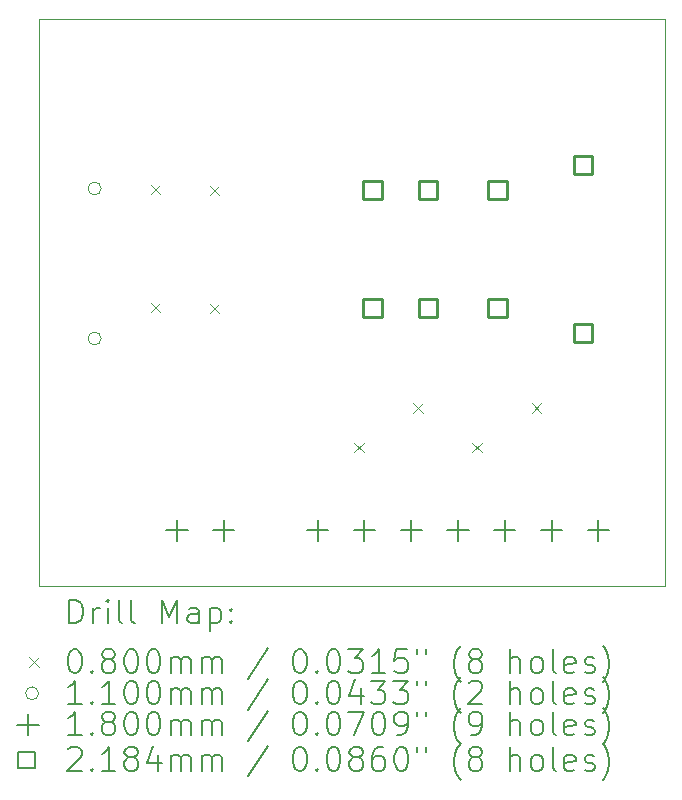
<source format=gbr>
%TF.GenerationSoftware,KiCad,Pcbnew,7.0.10-7.0.10~ubuntu22.04.1*%
%TF.CreationDate,2024-01-16T19:59:32-05:00*%
%TF.ProjectId,sys11-c11998-relay,73797331-312d-4633-9131-3939382d7265,1.0*%
%TF.SameCoordinates,Original*%
%TF.FileFunction,Drillmap*%
%TF.FilePolarity,Positive*%
%FSLAX45Y45*%
G04 Gerber Fmt 4.5, Leading zero omitted, Abs format (unit mm)*
G04 Created by KiCad (PCBNEW 7.0.10-7.0.10~ubuntu22.04.1) date 2024-01-16 19:59:32*
%MOMM*%
%LPD*%
G01*
G04 APERTURE LIST*
%ADD10C,0.100000*%
%ADD11C,0.200000*%
%ADD12C,0.110000*%
%ADD13C,0.180000*%
%ADD14C,0.218440*%
G04 APERTURE END LIST*
D10*
X10007600Y-10008200D02*
X15307600Y-10008200D01*
X15307600Y-14808200D01*
X10007600Y-14808200D01*
X10007600Y-10008200D01*
D11*
D10*
X10953500Y-11410700D02*
X11033500Y-11490700D01*
X11033500Y-11410700D02*
X10953500Y-11490700D01*
X10953500Y-12410700D02*
X11033500Y-12490700D01*
X11033500Y-12410700D02*
X10953500Y-12490700D01*
X11453500Y-11418700D02*
X11533500Y-11498700D01*
X11533500Y-11418700D02*
X11453500Y-11498700D01*
X11453500Y-12418700D02*
X11533500Y-12498700D01*
X11533500Y-12418700D02*
X11453500Y-12498700D01*
X12676000Y-13597260D02*
X12756000Y-13677260D01*
X12756000Y-13597260D02*
X12676000Y-13677260D01*
X13176380Y-13261980D02*
X13256380Y-13341980D01*
X13256380Y-13261980D02*
X13176380Y-13341980D01*
X13676000Y-13597260D02*
X13756000Y-13677260D01*
X13756000Y-13597260D02*
X13676000Y-13677260D01*
X14176380Y-13261980D02*
X14256380Y-13341980D01*
X14256380Y-13261980D02*
X14176380Y-13341980D01*
D12*
X10532500Y-11442700D02*
G75*
G03*
X10422500Y-11442700I-55000J0D01*
G01*
X10422500Y-11442700D02*
G75*
G03*
X10532500Y-11442700I55000J0D01*
G01*
X10532500Y-12712700D02*
G75*
G03*
X10422500Y-12712700I-55000J0D01*
G01*
X10422500Y-12712700D02*
G75*
G03*
X10532500Y-12712700I55000J0D01*
G01*
D13*
X11173580Y-14246120D02*
X11173580Y-14426120D01*
X11083580Y-14336120D02*
X11263580Y-14336120D01*
X11569580Y-14246120D02*
X11569580Y-14426120D01*
X11479580Y-14336120D02*
X11659580Y-14336120D01*
X12365920Y-14245760D02*
X12365920Y-14425760D01*
X12275920Y-14335760D02*
X12455920Y-14335760D01*
X12761920Y-14245760D02*
X12761920Y-14425760D01*
X12671920Y-14335760D02*
X12851920Y-14335760D01*
X13157920Y-14245760D02*
X13157920Y-14425760D01*
X13067920Y-14335760D02*
X13247920Y-14335760D01*
X13553920Y-14245760D02*
X13553920Y-14425760D01*
X13463920Y-14335760D02*
X13643920Y-14335760D01*
X13949920Y-14245760D02*
X13949920Y-14425760D01*
X13859920Y-14335760D02*
X14039920Y-14335760D01*
X14345920Y-14245760D02*
X14345920Y-14425760D01*
X14255920Y-14335760D02*
X14435920Y-14335760D01*
X14741920Y-14245760D02*
X14741920Y-14425760D01*
X14651920Y-14335760D02*
X14831920Y-14335760D01*
D14*
X12906771Y-11532631D02*
X12906771Y-11378169D01*
X12752309Y-11378169D01*
X12752309Y-11532631D01*
X12906771Y-11532631D01*
X12906771Y-12533391D02*
X12906771Y-12378929D01*
X12752309Y-12378929D01*
X12752309Y-12533391D01*
X12906771Y-12533391D01*
X13376671Y-11532631D02*
X13376671Y-11378169D01*
X13222209Y-11378169D01*
X13222209Y-11532631D01*
X13376671Y-11532631D01*
X13376671Y-12533391D02*
X13376671Y-12378929D01*
X13222209Y-12378929D01*
X13222209Y-12533391D01*
X13376671Y-12533391D01*
X13965951Y-11532631D02*
X13965951Y-11378169D01*
X13811489Y-11378169D01*
X13811489Y-11532631D01*
X13965951Y-11532631D01*
X13965951Y-12533391D02*
X13965951Y-12378929D01*
X13811489Y-12378929D01*
X13811489Y-12533391D01*
X13965951Y-12533391D01*
X14689851Y-11323081D02*
X14689851Y-11168619D01*
X14535389Y-11168619D01*
X14535389Y-11323081D01*
X14689851Y-11323081D01*
X14689851Y-12742941D02*
X14689851Y-12588479D01*
X14535389Y-12588479D01*
X14535389Y-12742941D01*
X14689851Y-12742941D01*
D11*
X10263377Y-15124684D02*
X10263377Y-14924684D01*
X10263377Y-14924684D02*
X10310996Y-14924684D01*
X10310996Y-14924684D02*
X10339567Y-14934208D01*
X10339567Y-14934208D02*
X10358615Y-14953255D01*
X10358615Y-14953255D02*
X10368139Y-14972303D01*
X10368139Y-14972303D02*
X10377663Y-15010398D01*
X10377663Y-15010398D02*
X10377663Y-15038969D01*
X10377663Y-15038969D02*
X10368139Y-15077065D01*
X10368139Y-15077065D02*
X10358615Y-15096112D01*
X10358615Y-15096112D02*
X10339567Y-15115160D01*
X10339567Y-15115160D02*
X10310996Y-15124684D01*
X10310996Y-15124684D02*
X10263377Y-15124684D01*
X10463377Y-15124684D02*
X10463377Y-14991350D01*
X10463377Y-15029446D02*
X10472901Y-15010398D01*
X10472901Y-15010398D02*
X10482424Y-15000874D01*
X10482424Y-15000874D02*
X10501472Y-14991350D01*
X10501472Y-14991350D02*
X10520520Y-14991350D01*
X10587186Y-15124684D02*
X10587186Y-14991350D01*
X10587186Y-14924684D02*
X10577663Y-14934208D01*
X10577663Y-14934208D02*
X10587186Y-14943731D01*
X10587186Y-14943731D02*
X10596710Y-14934208D01*
X10596710Y-14934208D02*
X10587186Y-14924684D01*
X10587186Y-14924684D02*
X10587186Y-14943731D01*
X10710996Y-15124684D02*
X10691948Y-15115160D01*
X10691948Y-15115160D02*
X10682424Y-15096112D01*
X10682424Y-15096112D02*
X10682424Y-14924684D01*
X10815758Y-15124684D02*
X10796710Y-15115160D01*
X10796710Y-15115160D02*
X10787186Y-15096112D01*
X10787186Y-15096112D02*
X10787186Y-14924684D01*
X11044329Y-15124684D02*
X11044329Y-14924684D01*
X11044329Y-14924684D02*
X11110996Y-15067541D01*
X11110996Y-15067541D02*
X11177663Y-14924684D01*
X11177663Y-14924684D02*
X11177663Y-15124684D01*
X11358615Y-15124684D02*
X11358615Y-15019922D01*
X11358615Y-15019922D02*
X11349091Y-15000874D01*
X11349091Y-15000874D02*
X11330043Y-14991350D01*
X11330043Y-14991350D02*
X11291948Y-14991350D01*
X11291948Y-14991350D02*
X11272901Y-15000874D01*
X11358615Y-15115160D02*
X11339567Y-15124684D01*
X11339567Y-15124684D02*
X11291948Y-15124684D01*
X11291948Y-15124684D02*
X11272901Y-15115160D01*
X11272901Y-15115160D02*
X11263377Y-15096112D01*
X11263377Y-15096112D02*
X11263377Y-15077065D01*
X11263377Y-15077065D02*
X11272901Y-15058017D01*
X11272901Y-15058017D02*
X11291948Y-15048493D01*
X11291948Y-15048493D02*
X11339567Y-15048493D01*
X11339567Y-15048493D02*
X11358615Y-15038969D01*
X11453853Y-14991350D02*
X11453853Y-15191350D01*
X11453853Y-15000874D02*
X11472901Y-14991350D01*
X11472901Y-14991350D02*
X11510996Y-14991350D01*
X11510996Y-14991350D02*
X11530043Y-15000874D01*
X11530043Y-15000874D02*
X11539567Y-15010398D01*
X11539567Y-15010398D02*
X11549091Y-15029446D01*
X11549091Y-15029446D02*
X11549091Y-15086588D01*
X11549091Y-15086588D02*
X11539567Y-15105636D01*
X11539567Y-15105636D02*
X11530043Y-15115160D01*
X11530043Y-15115160D02*
X11510996Y-15124684D01*
X11510996Y-15124684D02*
X11472901Y-15124684D01*
X11472901Y-15124684D02*
X11453853Y-15115160D01*
X11634805Y-15105636D02*
X11644329Y-15115160D01*
X11644329Y-15115160D02*
X11634805Y-15124684D01*
X11634805Y-15124684D02*
X11625282Y-15115160D01*
X11625282Y-15115160D02*
X11634805Y-15105636D01*
X11634805Y-15105636D02*
X11634805Y-15124684D01*
X11634805Y-15000874D02*
X11644329Y-15010398D01*
X11644329Y-15010398D02*
X11634805Y-15019922D01*
X11634805Y-15019922D02*
X11625282Y-15010398D01*
X11625282Y-15010398D02*
X11634805Y-15000874D01*
X11634805Y-15000874D02*
X11634805Y-15019922D01*
D10*
X9922600Y-15413200D02*
X10002600Y-15493200D01*
X10002600Y-15413200D02*
X9922600Y-15493200D01*
D11*
X10301472Y-15344684D02*
X10320520Y-15344684D01*
X10320520Y-15344684D02*
X10339567Y-15354208D01*
X10339567Y-15354208D02*
X10349091Y-15363731D01*
X10349091Y-15363731D02*
X10358615Y-15382779D01*
X10358615Y-15382779D02*
X10368139Y-15420874D01*
X10368139Y-15420874D02*
X10368139Y-15468493D01*
X10368139Y-15468493D02*
X10358615Y-15506588D01*
X10358615Y-15506588D02*
X10349091Y-15525636D01*
X10349091Y-15525636D02*
X10339567Y-15535160D01*
X10339567Y-15535160D02*
X10320520Y-15544684D01*
X10320520Y-15544684D02*
X10301472Y-15544684D01*
X10301472Y-15544684D02*
X10282424Y-15535160D01*
X10282424Y-15535160D02*
X10272901Y-15525636D01*
X10272901Y-15525636D02*
X10263377Y-15506588D01*
X10263377Y-15506588D02*
X10253853Y-15468493D01*
X10253853Y-15468493D02*
X10253853Y-15420874D01*
X10253853Y-15420874D02*
X10263377Y-15382779D01*
X10263377Y-15382779D02*
X10272901Y-15363731D01*
X10272901Y-15363731D02*
X10282424Y-15354208D01*
X10282424Y-15354208D02*
X10301472Y-15344684D01*
X10453853Y-15525636D02*
X10463377Y-15535160D01*
X10463377Y-15535160D02*
X10453853Y-15544684D01*
X10453853Y-15544684D02*
X10444329Y-15535160D01*
X10444329Y-15535160D02*
X10453853Y-15525636D01*
X10453853Y-15525636D02*
X10453853Y-15544684D01*
X10577663Y-15430398D02*
X10558615Y-15420874D01*
X10558615Y-15420874D02*
X10549091Y-15411350D01*
X10549091Y-15411350D02*
X10539567Y-15392303D01*
X10539567Y-15392303D02*
X10539567Y-15382779D01*
X10539567Y-15382779D02*
X10549091Y-15363731D01*
X10549091Y-15363731D02*
X10558615Y-15354208D01*
X10558615Y-15354208D02*
X10577663Y-15344684D01*
X10577663Y-15344684D02*
X10615758Y-15344684D01*
X10615758Y-15344684D02*
X10634805Y-15354208D01*
X10634805Y-15354208D02*
X10644329Y-15363731D01*
X10644329Y-15363731D02*
X10653853Y-15382779D01*
X10653853Y-15382779D02*
X10653853Y-15392303D01*
X10653853Y-15392303D02*
X10644329Y-15411350D01*
X10644329Y-15411350D02*
X10634805Y-15420874D01*
X10634805Y-15420874D02*
X10615758Y-15430398D01*
X10615758Y-15430398D02*
X10577663Y-15430398D01*
X10577663Y-15430398D02*
X10558615Y-15439922D01*
X10558615Y-15439922D02*
X10549091Y-15449446D01*
X10549091Y-15449446D02*
X10539567Y-15468493D01*
X10539567Y-15468493D02*
X10539567Y-15506588D01*
X10539567Y-15506588D02*
X10549091Y-15525636D01*
X10549091Y-15525636D02*
X10558615Y-15535160D01*
X10558615Y-15535160D02*
X10577663Y-15544684D01*
X10577663Y-15544684D02*
X10615758Y-15544684D01*
X10615758Y-15544684D02*
X10634805Y-15535160D01*
X10634805Y-15535160D02*
X10644329Y-15525636D01*
X10644329Y-15525636D02*
X10653853Y-15506588D01*
X10653853Y-15506588D02*
X10653853Y-15468493D01*
X10653853Y-15468493D02*
X10644329Y-15449446D01*
X10644329Y-15449446D02*
X10634805Y-15439922D01*
X10634805Y-15439922D02*
X10615758Y-15430398D01*
X10777663Y-15344684D02*
X10796710Y-15344684D01*
X10796710Y-15344684D02*
X10815758Y-15354208D01*
X10815758Y-15354208D02*
X10825282Y-15363731D01*
X10825282Y-15363731D02*
X10834805Y-15382779D01*
X10834805Y-15382779D02*
X10844329Y-15420874D01*
X10844329Y-15420874D02*
X10844329Y-15468493D01*
X10844329Y-15468493D02*
X10834805Y-15506588D01*
X10834805Y-15506588D02*
X10825282Y-15525636D01*
X10825282Y-15525636D02*
X10815758Y-15535160D01*
X10815758Y-15535160D02*
X10796710Y-15544684D01*
X10796710Y-15544684D02*
X10777663Y-15544684D01*
X10777663Y-15544684D02*
X10758615Y-15535160D01*
X10758615Y-15535160D02*
X10749091Y-15525636D01*
X10749091Y-15525636D02*
X10739567Y-15506588D01*
X10739567Y-15506588D02*
X10730044Y-15468493D01*
X10730044Y-15468493D02*
X10730044Y-15420874D01*
X10730044Y-15420874D02*
X10739567Y-15382779D01*
X10739567Y-15382779D02*
X10749091Y-15363731D01*
X10749091Y-15363731D02*
X10758615Y-15354208D01*
X10758615Y-15354208D02*
X10777663Y-15344684D01*
X10968139Y-15344684D02*
X10987186Y-15344684D01*
X10987186Y-15344684D02*
X11006234Y-15354208D01*
X11006234Y-15354208D02*
X11015758Y-15363731D01*
X11015758Y-15363731D02*
X11025282Y-15382779D01*
X11025282Y-15382779D02*
X11034805Y-15420874D01*
X11034805Y-15420874D02*
X11034805Y-15468493D01*
X11034805Y-15468493D02*
X11025282Y-15506588D01*
X11025282Y-15506588D02*
X11015758Y-15525636D01*
X11015758Y-15525636D02*
X11006234Y-15535160D01*
X11006234Y-15535160D02*
X10987186Y-15544684D01*
X10987186Y-15544684D02*
X10968139Y-15544684D01*
X10968139Y-15544684D02*
X10949091Y-15535160D01*
X10949091Y-15535160D02*
X10939567Y-15525636D01*
X10939567Y-15525636D02*
X10930044Y-15506588D01*
X10930044Y-15506588D02*
X10920520Y-15468493D01*
X10920520Y-15468493D02*
X10920520Y-15420874D01*
X10920520Y-15420874D02*
X10930044Y-15382779D01*
X10930044Y-15382779D02*
X10939567Y-15363731D01*
X10939567Y-15363731D02*
X10949091Y-15354208D01*
X10949091Y-15354208D02*
X10968139Y-15344684D01*
X11120520Y-15544684D02*
X11120520Y-15411350D01*
X11120520Y-15430398D02*
X11130044Y-15420874D01*
X11130044Y-15420874D02*
X11149091Y-15411350D01*
X11149091Y-15411350D02*
X11177663Y-15411350D01*
X11177663Y-15411350D02*
X11196710Y-15420874D01*
X11196710Y-15420874D02*
X11206234Y-15439922D01*
X11206234Y-15439922D02*
X11206234Y-15544684D01*
X11206234Y-15439922D02*
X11215758Y-15420874D01*
X11215758Y-15420874D02*
X11234805Y-15411350D01*
X11234805Y-15411350D02*
X11263377Y-15411350D01*
X11263377Y-15411350D02*
X11282424Y-15420874D01*
X11282424Y-15420874D02*
X11291948Y-15439922D01*
X11291948Y-15439922D02*
X11291948Y-15544684D01*
X11387186Y-15544684D02*
X11387186Y-15411350D01*
X11387186Y-15430398D02*
X11396710Y-15420874D01*
X11396710Y-15420874D02*
X11415758Y-15411350D01*
X11415758Y-15411350D02*
X11444329Y-15411350D01*
X11444329Y-15411350D02*
X11463377Y-15420874D01*
X11463377Y-15420874D02*
X11472901Y-15439922D01*
X11472901Y-15439922D02*
X11472901Y-15544684D01*
X11472901Y-15439922D02*
X11482424Y-15420874D01*
X11482424Y-15420874D02*
X11501472Y-15411350D01*
X11501472Y-15411350D02*
X11530043Y-15411350D01*
X11530043Y-15411350D02*
X11549091Y-15420874D01*
X11549091Y-15420874D02*
X11558615Y-15439922D01*
X11558615Y-15439922D02*
X11558615Y-15544684D01*
X11949091Y-15335160D02*
X11777663Y-15592303D01*
X12206234Y-15344684D02*
X12225282Y-15344684D01*
X12225282Y-15344684D02*
X12244329Y-15354208D01*
X12244329Y-15354208D02*
X12253853Y-15363731D01*
X12253853Y-15363731D02*
X12263377Y-15382779D01*
X12263377Y-15382779D02*
X12272901Y-15420874D01*
X12272901Y-15420874D02*
X12272901Y-15468493D01*
X12272901Y-15468493D02*
X12263377Y-15506588D01*
X12263377Y-15506588D02*
X12253853Y-15525636D01*
X12253853Y-15525636D02*
X12244329Y-15535160D01*
X12244329Y-15535160D02*
X12225282Y-15544684D01*
X12225282Y-15544684D02*
X12206234Y-15544684D01*
X12206234Y-15544684D02*
X12187186Y-15535160D01*
X12187186Y-15535160D02*
X12177663Y-15525636D01*
X12177663Y-15525636D02*
X12168139Y-15506588D01*
X12168139Y-15506588D02*
X12158615Y-15468493D01*
X12158615Y-15468493D02*
X12158615Y-15420874D01*
X12158615Y-15420874D02*
X12168139Y-15382779D01*
X12168139Y-15382779D02*
X12177663Y-15363731D01*
X12177663Y-15363731D02*
X12187186Y-15354208D01*
X12187186Y-15354208D02*
X12206234Y-15344684D01*
X12358615Y-15525636D02*
X12368139Y-15535160D01*
X12368139Y-15535160D02*
X12358615Y-15544684D01*
X12358615Y-15544684D02*
X12349091Y-15535160D01*
X12349091Y-15535160D02*
X12358615Y-15525636D01*
X12358615Y-15525636D02*
X12358615Y-15544684D01*
X12491948Y-15344684D02*
X12510996Y-15344684D01*
X12510996Y-15344684D02*
X12530044Y-15354208D01*
X12530044Y-15354208D02*
X12539567Y-15363731D01*
X12539567Y-15363731D02*
X12549091Y-15382779D01*
X12549091Y-15382779D02*
X12558615Y-15420874D01*
X12558615Y-15420874D02*
X12558615Y-15468493D01*
X12558615Y-15468493D02*
X12549091Y-15506588D01*
X12549091Y-15506588D02*
X12539567Y-15525636D01*
X12539567Y-15525636D02*
X12530044Y-15535160D01*
X12530044Y-15535160D02*
X12510996Y-15544684D01*
X12510996Y-15544684D02*
X12491948Y-15544684D01*
X12491948Y-15544684D02*
X12472901Y-15535160D01*
X12472901Y-15535160D02*
X12463377Y-15525636D01*
X12463377Y-15525636D02*
X12453853Y-15506588D01*
X12453853Y-15506588D02*
X12444329Y-15468493D01*
X12444329Y-15468493D02*
X12444329Y-15420874D01*
X12444329Y-15420874D02*
X12453853Y-15382779D01*
X12453853Y-15382779D02*
X12463377Y-15363731D01*
X12463377Y-15363731D02*
X12472901Y-15354208D01*
X12472901Y-15354208D02*
X12491948Y-15344684D01*
X12625282Y-15344684D02*
X12749091Y-15344684D01*
X12749091Y-15344684D02*
X12682425Y-15420874D01*
X12682425Y-15420874D02*
X12710996Y-15420874D01*
X12710996Y-15420874D02*
X12730044Y-15430398D01*
X12730044Y-15430398D02*
X12739567Y-15439922D01*
X12739567Y-15439922D02*
X12749091Y-15458969D01*
X12749091Y-15458969D02*
X12749091Y-15506588D01*
X12749091Y-15506588D02*
X12739567Y-15525636D01*
X12739567Y-15525636D02*
X12730044Y-15535160D01*
X12730044Y-15535160D02*
X12710996Y-15544684D01*
X12710996Y-15544684D02*
X12653853Y-15544684D01*
X12653853Y-15544684D02*
X12634806Y-15535160D01*
X12634806Y-15535160D02*
X12625282Y-15525636D01*
X12939567Y-15544684D02*
X12825282Y-15544684D01*
X12882425Y-15544684D02*
X12882425Y-15344684D01*
X12882425Y-15344684D02*
X12863377Y-15373255D01*
X12863377Y-15373255D02*
X12844329Y-15392303D01*
X12844329Y-15392303D02*
X12825282Y-15401827D01*
X13120520Y-15344684D02*
X13025282Y-15344684D01*
X13025282Y-15344684D02*
X13015758Y-15439922D01*
X13015758Y-15439922D02*
X13025282Y-15430398D01*
X13025282Y-15430398D02*
X13044329Y-15420874D01*
X13044329Y-15420874D02*
X13091948Y-15420874D01*
X13091948Y-15420874D02*
X13110996Y-15430398D01*
X13110996Y-15430398D02*
X13120520Y-15439922D01*
X13120520Y-15439922D02*
X13130044Y-15458969D01*
X13130044Y-15458969D02*
X13130044Y-15506588D01*
X13130044Y-15506588D02*
X13120520Y-15525636D01*
X13120520Y-15525636D02*
X13110996Y-15535160D01*
X13110996Y-15535160D02*
X13091948Y-15544684D01*
X13091948Y-15544684D02*
X13044329Y-15544684D01*
X13044329Y-15544684D02*
X13025282Y-15535160D01*
X13025282Y-15535160D02*
X13015758Y-15525636D01*
X13206234Y-15344684D02*
X13206234Y-15382779D01*
X13282425Y-15344684D02*
X13282425Y-15382779D01*
X13577663Y-15620874D02*
X13568139Y-15611350D01*
X13568139Y-15611350D02*
X13549091Y-15582779D01*
X13549091Y-15582779D02*
X13539568Y-15563731D01*
X13539568Y-15563731D02*
X13530044Y-15535160D01*
X13530044Y-15535160D02*
X13520520Y-15487541D01*
X13520520Y-15487541D02*
X13520520Y-15449446D01*
X13520520Y-15449446D02*
X13530044Y-15401827D01*
X13530044Y-15401827D02*
X13539568Y-15373255D01*
X13539568Y-15373255D02*
X13549091Y-15354208D01*
X13549091Y-15354208D02*
X13568139Y-15325636D01*
X13568139Y-15325636D02*
X13577663Y-15316112D01*
X13682425Y-15430398D02*
X13663377Y-15420874D01*
X13663377Y-15420874D02*
X13653853Y-15411350D01*
X13653853Y-15411350D02*
X13644329Y-15392303D01*
X13644329Y-15392303D02*
X13644329Y-15382779D01*
X13644329Y-15382779D02*
X13653853Y-15363731D01*
X13653853Y-15363731D02*
X13663377Y-15354208D01*
X13663377Y-15354208D02*
X13682425Y-15344684D01*
X13682425Y-15344684D02*
X13720520Y-15344684D01*
X13720520Y-15344684D02*
X13739568Y-15354208D01*
X13739568Y-15354208D02*
X13749091Y-15363731D01*
X13749091Y-15363731D02*
X13758615Y-15382779D01*
X13758615Y-15382779D02*
X13758615Y-15392303D01*
X13758615Y-15392303D02*
X13749091Y-15411350D01*
X13749091Y-15411350D02*
X13739568Y-15420874D01*
X13739568Y-15420874D02*
X13720520Y-15430398D01*
X13720520Y-15430398D02*
X13682425Y-15430398D01*
X13682425Y-15430398D02*
X13663377Y-15439922D01*
X13663377Y-15439922D02*
X13653853Y-15449446D01*
X13653853Y-15449446D02*
X13644329Y-15468493D01*
X13644329Y-15468493D02*
X13644329Y-15506588D01*
X13644329Y-15506588D02*
X13653853Y-15525636D01*
X13653853Y-15525636D02*
X13663377Y-15535160D01*
X13663377Y-15535160D02*
X13682425Y-15544684D01*
X13682425Y-15544684D02*
X13720520Y-15544684D01*
X13720520Y-15544684D02*
X13739568Y-15535160D01*
X13739568Y-15535160D02*
X13749091Y-15525636D01*
X13749091Y-15525636D02*
X13758615Y-15506588D01*
X13758615Y-15506588D02*
X13758615Y-15468493D01*
X13758615Y-15468493D02*
X13749091Y-15449446D01*
X13749091Y-15449446D02*
X13739568Y-15439922D01*
X13739568Y-15439922D02*
X13720520Y-15430398D01*
X13996710Y-15544684D02*
X13996710Y-15344684D01*
X14082425Y-15544684D02*
X14082425Y-15439922D01*
X14082425Y-15439922D02*
X14072901Y-15420874D01*
X14072901Y-15420874D02*
X14053853Y-15411350D01*
X14053853Y-15411350D02*
X14025282Y-15411350D01*
X14025282Y-15411350D02*
X14006234Y-15420874D01*
X14006234Y-15420874D02*
X13996710Y-15430398D01*
X14206234Y-15544684D02*
X14187187Y-15535160D01*
X14187187Y-15535160D02*
X14177663Y-15525636D01*
X14177663Y-15525636D02*
X14168139Y-15506588D01*
X14168139Y-15506588D02*
X14168139Y-15449446D01*
X14168139Y-15449446D02*
X14177663Y-15430398D01*
X14177663Y-15430398D02*
X14187187Y-15420874D01*
X14187187Y-15420874D02*
X14206234Y-15411350D01*
X14206234Y-15411350D02*
X14234806Y-15411350D01*
X14234806Y-15411350D02*
X14253853Y-15420874D01*
X14253853Y-15420874D02*
X14263377Y-15430398D01*
X14263377Y-15430398D02*
X14272901Y-15449446D01*
X14272901Y-15449446D02*
X14272901Y-15506588D01*
X14272901Y-15506588D02*
X14263377Y-15525636D01*
X14263377Y-15525636D02*
X14253853Y-15535160D01*
X14253853Y-15535160D02*
X14234806Y-15544684D01*
X14234806Y-15544684D02*
X14206234Y-15544684D01*
X14387187Y-15544684D02*
X14368139Y-15535160D01*
X14368139Y-15535160D02*
X14358615Y-15516112D01*
X14358615Y-15516112D02*
X14358615Y-15344684D01*
X14539568Y-15535160D02*
X14520520Y-15544684D01*
X14520520Y-15544684D02*
X14482425Y-15544684D01*
X14482425Y-15544684D02*
X14463377Y-15535160D01*
X14463377Y-15535160D02*
X14453853Y-15516112D01*
X14453853Y-15516112D02*
X14453853Y-15439922D01*
X14453853Y-15439922D02*
X14463377Y-15420874D01*
X14463377Y-15420874D02*
X14482425Y-15411350D01*
X14482425Y-15411350D02*
X14520520Y-15411350D01*
X14520520Y-15411350D02*
X14539568Y-15420874D01*
X14539568Y-15420874D02*
X14549091Y-15439922D01*
X14549091Y-15439922D02*
X14549091Y-15458969D01*
X14549091Y-15458969D02*
X14453853Y-15478017D01*
X14625282Y-15535160D02*
X14644330Y-15544684D01*
X14644330Y-15544684D02*
X14682425Y-15544684D01*
X14682425Y-15544684D02*
X14701472Y-15535160D01*
X14701472Y-15535160D02*
X14710996Y-15516112D01*
X14710996Y-15516112D02*
X14710996Y-15506588D01*
X14710996Y-15506588D02*
X14701472Y-15487541D01*
X14701472Y-15487541D02*
X14682425Y-15478017D01*
X14682425Y-15478017D02*
X14653853Y-15478017D01*
X14653853Y-15478017D02*
X14634806Y-15468493D01*
X14634806Y-15468493D02*
X14625282Y-15449446D01*
X14625282Y-15449446D02*
X14625282Y-15439922D01*
X14625282Y-15439922D02*
X14634806Y-15420874D01*
X14634806Y-15420874D02*
X14653853Y-15411350D01*
X14653853Y-15411350D02*
X14682425Y-15411350D01*
X14682425Y-15411350D02*
X14701472Y-15420874D01*
X14777663Y-15620874D02*
X14787187Y-15611350D01*
X14787187Y-15611350D02*
X14806234Y-15582779D01*
X14806234Y-15582779D02*
X14815758Y-15563731D01*
X14815758Y-15563731D02*
X14825282Y-15535160D01*
X14825282Y-15535160D02*
X14834806Y-15487541D01*
X14834806Y-15487541D02*
X14834806Y-15449446D01*
X14834806Y-15449446D02*
X14825282Y-15401827D01*
X14825282Y-15401827D02*
X14815758Y-15373255D01*
X14815758Y-15373255D02*
X14806234Y-15354208D01*
X14806234Y-15354208D02*
X14787187Y-15325636D01*
X14787187Y-15325636D02*
X14777663Y-15316112D01*
D12*
X10002600Y-15717200D02*
G75*
G03*
X9892600Y-15717200I-55000J0D01*
G01*
X9892600Y-15717200D02*
G75*
G03*
X10002600Y-15717200I55000J0D01*
G01*
D11*
X10368139Y-15808684D02*
X10253853Y-15808684D01*
X10310996Y-15808684D02*
X10310996Y-15608684D01*
X10310996Y-15608684D02*
X10291948Y-15637255D01*
X10291948Y-15637255D02*
X10272901Y-15656303D01*
X10272901Y-15656303D02*
X10253853Y-15665827D01*
X10453853Y-15789636D02*
X10463377Y-15799160D01*
X10463377Y-15799160D02*
X10453853Y-15808684D01*
X10453853Y-15808684D02*
X10444329Y-15799160D01*
X10444329Y-15799160D02*
X10453853Y-15789636D01*
X10453853Y-15789636D02*
X10453853Y-15808684D01*
X10653853Y-15808684D02*
X10539567Y-15808684D01*
X10596710Y-15808684D02*
X10596710Y-15608684D01*
X10596710Y-15608684D02*
X10577663Y-15637255D01*
X10577663Y-15637255D02*
X10558615Y-15656303D01*
X10558615Y-15656303D02*
X10539567Y-15665827D01*
X10777663Y-15608684D02*
X10796710Y-15608684D01*
X10796710Y-15608684D02*
X10815758Y-15618208D01*
X10815758Y-15618208D02*
X10825282Y-15627731D01*
X10825282Y-15627731D02*
X10834805Y-15646779D01*
X10834805Y-15646779D02*
X10844329Y-15684874D01*
X10844329Y-15684874D02*
X10844329Y-15732493D01*
X10844329Y-15732493D02*
X10834805Y-15770588D01*
X10834805Y-15770588D02*
X10825282Y-15789636D01*
X10825282Y-15789636D02*
X10815758Y-15799160D01*
X10815758Y-15799160D02*
X10796710Y-15808684D01*
X10796710Y-15808684D02*
X10777663Y-15808684D01*
X10777663Y-15808684D02*
X10758615Y-15799160D01*
X10758615Y-15799160D02*
X10749091Y-15789636D01*
X10749091Y-15789636D02*
X10739567Y-15770588D01*
X10739567Y-15770588D02*
X10730044Y-15732493D01*
X10730044Y-15732493D02*
X10730044Y-15684874D01*
X10730044Y-15684874D02*
X10739567Y-15646779D01*
X10739567Y-15646779D02*
X10749091Y-15627731D01*
X10749091Y-15627731D02*
X10758615Y-15618208D01*
X10758615Y-15618208D02*
X10777663Y-15608684D01*
X10968139Y-15608684D02*
X10987186Y-15608684D01*
X10987186Y-15608684D02*
X11006234Y-15618208D01*
X11006234Y-15618208D02*
X11015758Y-15627731D01*
X11015758Y-15627731D02*
X11025282Y-15646779D01*
X11025282Y-15646779D02*
X11034805Y-15684874D01*
X11034805Y-15684874D02*
X11034805Y-15732493D01*
X11034805Y-15732493D02*
X11025282Y-15770588D01*
X11025282Y-15770588D02*
X11015758Y-15789636D01*
X11015758Y-15789636D02*
X11006234Y-15799160D01*
X11006234Y-15799160D02*
X10987186Y-15808684D01*
X10987186Y-15808684D02*
X10968139Y-15808684D01*
X10968139Y-15808684D02*
X10949091Y-15799160D01*
X10949091Y-15799160D02*
X10939567Y-15789636D01*
X10939567Y-15789636D02*
X10930044Y-15770588D01*
X10930044Y-15770588D02*
X10920520Y-15732493D01*
X10920520Y-15732493D02*
X10920520Y-15684874D01*
X10920520Y-15684874D02*
X10930044Y-15646779D01*
X10930044Y-15646779D02*
X10939567Y-15627731D01*
X10939567Y-15627731D02*
X10949091Y-15618208D01*
X10949091Y-15618208D02*
X10968139Y-15608684D01*
X11120520Y-15808684D02*
X11120520Y-15675350D01*
X11120520Y-15694398D02*
X11130044Y-15684874D01*
X11130044Y-15684874D02*
X11149091Y-15675350D01*
X11149091Y-15675350D02*
X11177663Y-15675350D01*
X11177663Y-15675350D02*
X11196710Y-15684874D01*
X11196710Y-15684874D02*
X11206234Y-15703922D01*
X11206234Y-15703922D02*
X11206234Y-15808684D01*
X11206234Y-15703922D02*
X11215758Y-15684874D01*
X11215758Y-15684874D02*
X11234805Y-15675350D01*
X11234805Y-15675350D02*
X11263377Y-15675350D01*
X11263377Y-15675350D02*
X11282424Y-15684874D01*
X11282424Y-15684874D02*
X11291948Y-15703922D01*
X11291948Y-15703922D02*
X11291948Y-15808684D01*
X11387186Y-15808684D02*
X11387186Y-15675350D01*
X11387186Y-15694398D02*
X11396710Y-15684874D01*
X11396710Y-15684874D02*
X11415758Y-15675350D01*
X11415758Y-15675350D02*
X11444329Y-15675350D01*
X11444329Y-15675350D02*
X11463377Y-15684874D01*
X11463377Y-15684874D02*
X11472901Y-15703922D01*
X11472901Y-15703922D02*
X11472901Y-15808684D01*
X11472901Y-15703922D02*
X11482424Y-15684874D01*
X11482424Y-15684874D02*
X11501472Y-15675350D01*
X11501472Y-15675350D02*
X11530043Y-15675350D01*
X11530043Y-15675350D02*
X11549091Y-15684874D01*
X11549091Y-15684874D02*
X11558615Y-15703922D01*
X11558615Y-15703922D02*
X11558615Y-15808684D01*
X11949091Y-15599160D02*
X11777663Y-15856303D01*
X12206234Y-15608684D02*
X12225282Y-15608684D01*
X12225282Y-15608684D02*
X12244329Y-15618208D01*
X12244329Y-15618208D02*
X12253853Y-15627731D01*
X12253853Y-15627731D02*
X12263377Y-15646779D01*
X12263377Y-15646779D02*
X12272901Y-15684874D01*
X12272901Y-15684874D02*
X12272901Y-15732493D01*
X12272901Y-15732493D02*
X12263377Y-15770588D01*
X12263377Y-15770588D02*
X12253853Y-15789636D01*
X12253853Y-15789636D02*
X12244329Y-15799160D01*
X12244329Y-15799160D02*
X12225282Y-15808684D01*
X12225282Y-15808684D02*
X12206234Y-15808684D01*
X12206234Y-15808684D02*
X12187186Y-15799160D01*
X12187186Y-15799160D02*
X12177663Y-15789636D01*
X12177663Y-15789636D02*
X12168139Y-15770588D01*
X12168139Y-15770588D02*
X12158615Y-15732493D01*
X12158615Y-15732493D02*
X12158615Y-15684874D01*
X12158615Y-15684874D02*
X12168139Y-15646779D01*
X12168139Y-15646779D02*
X12177663Y-15627731D01*
X12177663Y-15627731D02*
X12187186Y-15618208D01*
X12187186Y-15618208D02*
X12206234Y-15608684D01*
X12358615Y-15789636D02*
X12368139Y-15799160D01*
X12368139Y-15799160D02*
X12358615Y-15808684D01*
X12358615Y-15808684D02*
X12349091Y-15799160D01*
X12349091Y-15799160D02*
X12358615Y-15789636D01*
X12358615Y-15789636D02*
X12358615Y-15808684D01*
X12491948Y-15608684D02*
X12510996Y-15608684D01*
X12510996Y-15608684D02*
X12530044Y-15618208D01*
X12530044Y-15618208D02*
X12539567Y-15627731D01*
X12539567Y-15627731D02*
X12549091Y-15646779D01*
X12549091Y-15646779D02*
X12558615Y-15684874D01*
X12558615Y-15684874D02*
X12558615Y-15732493D01*
X12558615Y-15732493D02*
X12549091Y-15770588D01*
X12549091Y-15770588D02*
X12539567Y-15789636D01*
X12539567Y-15789636D02*
X12530044Y-15799160D01*
X12530044Y-15799160D02*
X12510996Y-15808684D01*
X12510996Y-15808684D02*
X12491948Y-15808684D01*
X12491948Y-15808684D02*
X12472901Y-15799160D01*
X12472901Y-15799160D02*
X12463377Y-15789636D01*
X12463377Y-15789636D02*
X12453853Y-15770588D01*
X12453853Y-15770588D02*
X12444329Y-15732493D01*
X12444329Y-15732493D02*
X12444329Y-15684874D01*
X12444329Y-15684874D02*
X12453853Y-15646779D01*
X12453853Y-15646779D02*
X12463377Y-15627731D01*
X12463377Y-15627731D02*
X12472901Y-15618208D01*
X12472901Y-15618208D02*
X12491948Y-15608684D01*
X12730044Y-15675350D02*
X12730044Y-15808684D01*
X12682425Y-15599160D02*
X12634806Y-15742017D01*
X12634806Y-15742017D02*
X12758615Y-15742017D01*
X12815758Y-15608684D02*
X12939567Y-15608684D01*
X12939567Y-15608684D02*
X12872901Y-15684874D01*
X12872901Y-15684874D02*
X12901472Y-15684874D01*
X12901472Y-15684874D02*
X12920520Y-15694398D01*
X12920520Y-15694398D02*
X12930044Y-15703922D01*
X12930044Y-15703922D02*
X12939567Y-15722969D01*
X12939567Y-15722969D02*
X12939567Y-15770588D01*
X12939567Y-15770588D02*
X12930044Y-15789636D01*
X12930044Y-15789636D02*
X12920520Y-15799160D01*
X12920520Y-15799160D02*
X12901472Y-15808684D01*
X12901472Y-15808684D02*
X12844329Y-15808684D01*
X12844329Y-15808684D02*
X12825282Y-15799160D01*
X12825282Y-15799160D02*
X12815758Y-15789636D01*
X13006234Y-15608684D02*
X13130044Y-15608684D01*
X13130044Y-15608684D02*
X13063377Y-15684874D01*
X13063377Y-15684874D02*
X13091948Y-15684874D01*
X13091948Y-15684874D02*
X13110996Y-15694398D01*
X13110996Y-15694398D02*
X13120520Y-15703922D01*
X13120520Y-15703922D02*
X13130044Y-15722969D01*
X13130044Y-15722969D02*
X13130044Y-15770588D01*
X13130044Y-15770588D02*
X13120520Y-15789636D01*
X13120520Y-15789636D02*
X13110996Y-15799160D01*
X13110996Y-15799160D02*
X13091948Y-15808684D01*
X13091948Y-15808684D02*
X13034806Y-15808684D01*
X13034806Y-15808684D02*
X13015758Y-15799160D01*
X13015758Y-15799160D02*
X13006234Y-15789636D01*
X13206234Y-15608684D02*
X13206234Y-15646779D01*
X13282425Y-15608684D02*
X13282425Y-15646779D01*
X13577663Y-15884874D02*
X13568139Y-15875350D01*
X13568139Y-15875350D02*
X13549091Y-15846779D01*
X13549091Y-15846779D02*
X13539568Y-15827731D01*
X13539568Y-15827731D02*
X13530044Y-15799160D01*
X13530044Y-15799160D02*
X13520520Y-15751541D01*
X13520520Y-15751541D02*
X13520520Y-15713446D01*
X13520520Y-15713446D02*
X13530044Y-15665827D01*
X13530044Y-15665827D02*
X13539568Y-15637255D01*
X13539568Y-15637255D02*
X13549091Y-15618208D01*
X13549091Y-15618208D02*
X13568139Y-15589636D01*
X13568139Y-15589636D02*
X13577663Y-15580112D01*
X13644329Y-15627731D02*
X13653853Y-15618208D01*
X13653853Y-15618208D02*
X13672901Y-15608684D01*
X13672901Y-15608684D02*
X13720520Y-15608684D01*
X13720520Y-15608684D02*
X13739568Y-15618208D01*
X13739568Y-15618208D02*
X13749091Y-15627731D01*
X13749091Y-15627731D02*
X13758615Y-15646779D01*
X13758615Y-15646779D02*
X13758615Y-15665827D01*
X13758615Y-15665827D02*
X13749091Y-15694398D01*
X13749091Y-15694398D02*
X13634806Y-15808684D01*
X13634806Y-15808684D02*
X13758615Y-15808684D01*
X13996710Y-15808684D02*
X13996710Y-15608684D01*
X14082425Y-15808684D02*
X14082425Y-15703922D01*
X14082425Y-15703922D02*
X14072901Y-15684874D01*
X14072901Y-15684874D02*
X14053853Y-15675350D01*
X14053853Y-15675350D02*
X14025282Y-15675350D01*
X14025282Y-15675350D02*
X14006234Y-15684874D01*
X14006234Y-15684874D02*
X13996710Y-15694398D01*
X14206234Y-15808684D02*
X14187187Y-15799160D01*
X14187187Y-15799160D02*
X14177663Y-15789636D01*
X14177663Y-15789636D02*
X14168139Y-15770588D01*
X14168139Y-15770588D02*
X14168139Y-15713446D01*
X14168139Y-15713446D02*
X14177663Y-15694398D01*
X14177663Y-15694398D02*
X14187187Y-15684874D01*
X14187187Y-15684874D02*
X14206234Y-15675350D01*
X14206234Y-15675350D02*
X14234806Y-15675350D01*
X14234806Y-15675350D02*
X14253853Y-15684874D01*
X14253853Y-15684874D02*
X14263377Y-15694398D01*
X14263377Y-15694398D02*
X14272901Y-15713446D01*
X14272901Y-15713446D02*
X14272901Y-15770588D01*
X14272901Y-15770588D02*
X14263377Y-15789636D01*
X14263377Y-15789636D02*
X14253853Y-15799160D01*
X14253853Y-15799160D02*
X14234806Y-15808684D01*
X14234806Y-15808684D02*
X14206234Y-15808684D01*
X14387187Y-15808684D02*
X14368139Y-15799160D01*
X14368139Y-15799160D02*
X14358615Y-15780112D01*
X14358615Y-15780112D02*
X14358615Y-15608684D01*
X14539568Y-15799160D02*
X14520520Y-15808684D01*
X14520520Y-15808684D02*
X14482425Y-15808684D01*
X14482425Y-15808684D02*
X14463377Y-15799160D01*
X14463377Y-15799160D02*
X14453853Y-15780112D01*
X14453853Y-15780112D02*
X14453853Y-15703922D01*
X14453853Y-15703922D02*
X14463377Y-15684874D01*
X14463377Y-15684874D02*
X14482425Y-15675350D01*
X14482425Y-15675350D02*
X14520520Y-15675350D01*
X14520520Y-15675350D02*
X14539568Y-15684874D01*
X14539568Y-15684874D02*
X14549091Y-15703922D01*
X14549091Y-15703922D02*
X14549091Y-15722969D01*
X14549091Y-15722969D02*
X14453853Y-15742017D01*
X14625282Y-15799160D02*
X14644330Y-15808684D01*
X14644330Y-15808684D02*
X14682425Y-15808684D01*
X14682425Y-15808684D02*
X14701472Y-15799160D01*
X14701472Y-15799160D02*
X14710996Y-15780112D01*
X14710996Y-15780112D02*
X14710996Y-15770588D01*
X14710996Y-15770588D02*
X14701472Y-15751541D01*
X14701472Y-15751541D02*
X14682425Y-15742017D01*
X14682425Y-15742017D02*
X14653853Y-15742017D01*
X14653853Y-15742017D02*
X14634806Y-15732493D01*
X14634806Y-15732493D02*
X14625282Y-15713446D01*
X14625282Y-15713446D02*
X14625282Y-15703922D01*
X14625282Y-15703922D02*
X14634806Y-15684874D01*
X14634806Y-15684874D02*
X14653853Y-15675350D01*
X14653853Y-15675350D02*
X14682425Y-15675350D01*
X14682425Y-15675350D02*
X14701472Y-15684874D01*
X14777663Y-15884874D02*
X14787187Y-15875350D01*
X14787187Y-15875350D02*
X14806234Y-15846779D01*
X14806234Y-15846779D02*
X14815758Y-15827731D01*
X14815758Y-15827731D02*
X14825282Y-15799160D01*
X14825282Y-15799160D02*
X14834806Y-15751541D01*
X14834806Y-15751541D02*
X14834806Y-15713446D01*
X14834806Y-15713446D02*
X14825282Y-15665827D01*
X14825282Y-15665827D02*
X14815758Y-15637255D01*
X14815758Y-15637255D02*
X14806234Y-15618208D01*
X14806234Y-15618208D02*
X14787187Y-15589636D01*
X14787187Y-15589636D02*
X14777663Y-15580112D01*
D13*
X9912600Y-15891200D02*
X9912600Y-16071200D01*
X9822600Y-15981200D02*
X10002600Y-15981200D01*
D11*
X10368139Y-16072684D02*
X10253853Y-16072684D01*
X10310996Y-16072684D02*
X10310996Y-15872684D01*
X10310996Y-15872684D02*
X10291948Y-15901255D01*
X10291948Y-15901255D02*
X10272901Y-15920303D01*
X10272901Y-15920303D02*
X10253853Y-15929827D01*
X10453853Y-16053636D02*
X10463377Y-16063160D01*
X10463377Y-16063160D02*
X10453853Y-16072684D01*
X10453853Y-16072684D02*
X10444329Y-16063160D01*
X10444329Y-16063160D02*
X10453853Y-16053636D01*
X10453853Y-16053636D02*
X10453853Y-16072684D01*
X10577663Y-15958398D02*
X10558615Y-15948874D01*
X10558615Y-15948874D02*
X10549091Y-15939350D01*
X10549091Y-15939350D02*
X10539567Y-15920303D01*
X10539567Y-15920303D02*
X10539567Y-15910779D01*
X10539567Y-15910779D02*
X10549091Y-15891731D01*
X10549091Y-15891731D02*
X10558615Y-15882208D01*
X10558615Y-15882208D02*
X10577663Y-15872684D01*
X10577663Y-15872684D02*
X10615758Y-15872684D01*
X10615758Y-15872684D02*
X10634805Y-15882208D01*
X10634805Y-15882208D02*
X10644329Y-15891731D01*
X10644329Y-15891731D02*
X10653853Y-15910779D01*
X10653853Y-15910779D02*
X10653853Y-15920303D01*
X10653853Y-15920303D02*
X10644329Y-15939350D01*
X10644329Y-15939350D02*
X10634805Y-15948874D01*
X10634805Y-15948874D02*
X10615758Y-15958398D01*
X10615758Y-15958398D02*
X10577663Y-15958398D01*
X10577663Y-15958398D02*
X10558615Y-15967922D01*
X10558615Y-15967922D02*
X10549091Y-15977446D01*
X10549091Y-15977446D02*
X10539567Y-15996493D01*
X10539567Y-15996493D02*
X10539567Y-16034588D01*
X10539567Y-16034588D02*
X10549091Y-16053636D01*
X10549091Y-16053636D02*
X10558615Y-16063160D01*
X10558615Y-16063160D02*
X10577663Y-16072684D01*
X10577663Y-16072684D02*
X10615758Y-16072684D01*
X10615758Y-16072684D02*
X10634805Y-16063160D01*
X10634805Y-16063160D02*
X10644329Y-16053636D01*
X10644329Y-16053636D02*
X10653853Y-16034588D01*
X10653853Y-16034588D02*
X10653853Y-15996493D01*
X10653853Y-15996493D02*
X10644329Y-15977446D01*
X10644329Y-15977446D02*
X10634805Y-15967922D01*
X10634805Y-15967922D02*
X10615758Y-15958398D01*
X10777663Y-15872684D02*
X10796710Y-15872684D01*
X10796710Y-15872684D02*
X10815758Y-15882208D01*
X10815758Y-15882208D02*
X10825282Y-15891731D01*
X10825282Y-15891731D02*
X10834805Y-15910779D01*
X10834805Y-15910779D02*
X10844329Y-15948874D01*
X10844329Y-15948874D02*
X10844329Y-15996493D01*
X10844329Y-15996493D02*
X10834805Y-16034588D01*
X10834805Y-16034588D02*
X10825282Y-16053636D01*
X10825282Y-16053636D02*
X10815758Y-16063160D01*
X10815758Y-16063160D02*
X10796710Y-16072684D01*
X10796710Y-16072684D02*
X10777663Y-16072684D01*
X10777663Y-16072684D02*
X10758615Y-16063160D01*
X10758615Y-16063160D02*
X10749091Y-16053636D01*
X10749091Y-16053636D02*
X10739567Y-16034588D01*
X10739567Y-16034588D02*
X10730044Y-15996493D01*
X10730044Y-15996493D02*
X10730044Y-15948874D01*
X10730044Y-15948874D02*
X10739567Y-15910779D01*
X10739567Y-15910779D02*
X10749091Y-15891731D01*
X10749091Y-15891731D02*
X10758615Y-15882208D01*
X10758615Y-15882208D02*
X10777663Y-15872684D01*
X10968139Y-15872684D02*
X10987186Y-15872684D01*
X10987186Y-15872684D02*
X11006234Y-15882208D01*
X11006234Y-15882208D02*
X11015758Y-15891731D01*
X11015758Y-15891731D02*
X11025282Y-15910779D01*
X11025282Y-15910779D02*
X11034805Y-15948874D01*
X11034805Y-15948874D02*
X11034805Y-15996493D01*
X11034805Y-15996493D02*
X11025282Y-16034588D01*
X11025282Y-16034588D02*
X11015758Y-16053636D01*
X11015758Y-16053636D02*
X11006234Y-16063160D01*
X11006234Y-16063160D02*
X10987186Y-16072684D01*
X10987186Y-16072684D02*
X10968139Y-16072684D01*
X10968139Y-16072684D02*
X10949091Y-16063160D01*
X10949091Y-16063160D02*
X10939567Y-16053636D01*
X10939567Y-16053636D02*
X10930044Y-16034588D01*
X10930044Y-16034588D02*
X10920520Y-15996493D01*
X10920520Y-15996493D02*
X10920520Y-15948874D01*
X10920520Y-15948874D02*
X10930044Y-15910779D01*
X10930044Y-15910779D02*
X10939567Y-15891731D01*
X10939567Y-15891731D02*
X10949091Y-15882208D01*
X10949091Y-15882208D02*
X10968139Y-15872684D01*
X11120520Y-16072684D02*
X11120520Y-15939350D01*
X11120520Y-15958398D02*
X11130044Y-15948874D01*
X11130044Y-15948874D02*
X11149091Y-15939350D01*
X11149091Y-15939350D02*
X11177663Y-15939350D01*
X11177663Y-15939350D02*
X11196710Y-15948874D01*
X11196710Y-15948874D02*
X11206234Y-15967922D01*
X11206234Y-15967922D02*
X11206234Y-16072684D01*
X11206234Y-15967922D02*
X11215758Y-15948874D01*
X11215758Y-15948874D02*
X11234805Y-15939350D01*
X11234805Y-15939350D02*
X11263377Y-15939350D01*
X11263377Y-15939350D02*
X11282424Y-15948874D01*
X11282424Y-15948874D02*
X11291948Y-15967922D01*
X11291948Y-15967922D02*
X11291948Y-16072684D01*
X11387186Y-16072684D02*
X11387186Y-15939350D01*
X11387186Y-15958398D02*
X11396710Y-15948874D01*
X11396710Y-15948874D02*
X11415758Y-15939350D01*
X11415758Y-15939350D02*
X11444329Y-15939350D01*
X11444329Y-15939350D02*
X11463377Y-15948874D01*
X11463377Y-15948874D02*
X11472901Y-15967922D01*
X11472901Y-15967922D02*
X11472901Y-16072684D01*
X11472901Y-15967922D02*
X11482424Y-15948874D01*
X11482424Y-15948874D02*
X11501472Y-15939350D01*
X11501472Y-15939350D02*
X11530043Y-15939350D01*
X11530043Y-15939350D02*
X11549091Y-15948874D01*
X11549091Y-15948874D02*
X11558615Y-15967922D01*
X11558615Y-15967922D02*
X11558615Y-16072684D01*
X11949091Y-15863160D02*
X11777663Y-16120303D01*
X12206234Y-15872684D02*
X12225282Y-15872684D01*
X12225282Y-15872684D02*
X12244329Y-15882208D01*
X12244329Y-15882208D02*
X12253853Y-15891731D01*
X12253853Y-15891731D02*
X12263377Y-15910779D01*
X12263377Y-15910779D02*
X12272901Y-15948874D01*
X12272901Y-15948874D02*
X12272901Y-15996493D01*
X12272901Y-15996493D02*
X12263377Y-16034588D01*
X12263377Y-16034588D02*
X12253853Y-16053636D01*
X12253853Y-16053636D02*
X12244329Y-16063160D01*
X12244329Y-16063160D02*
X12225282Y-16072684D01*
X12225282Y-16072684D02*
X12206234Y-16072684D01*
X12206234Y-16072684D02*
X12187186Y-16063160D01*
X12187186Y-16063160D02*
X12177663Y-16053636D01*
X12177663Y-16053636D02*
X12168139Y-16034588D01*
X12168139Y-16034588D02*
X12158615Y-15996493D01*
X12158615Y-15996493D02*
X12158615Y-15948874D01*
X12158615Y-15948874D02*
X12168139Y-15910779D01*
X12168139Y-15910779D02*
X12177663Y-15891731D01*
X12177663Y-15891731D02*
X12187186Y-15882208D01*
X12187186Y-15882208D02*
X12206234Y-15872684D01*
X12358615Y-16053636D02*
X12368139Y-16063160D01*
X12368139Y-16063160D02*
X12358615Y-16072684D01*
X12358615Y-16072684D02*
X12349091Y-16063160D01*
X12349091Y-16063160D02*
X12358615Y-16053636D01*
X12358615Y-16053636D02*
X12358615Y-16072684D01*
X12491948Y-15872684D02*
X12510996Y-15872684D01*
X12510996Y-15872684D02*
X12530044Y-15882208D01*
X12530044Y-15882208D02*
X12539567Y-15891731D01*
X12539567Y-15891731D02*
X12549091Y-15910779D01*
X12549091Y-15910779D02*
X12558615Y-15948874D01*
X12558615Y-15948874D02*
X12558615Y-15996493D01*
X12558615Y-15996493D02*
X12549091Y-16034588D01*
X12549091Y-16034588D02*
X12539567Y-16053636D01*
X12539567Y-16053636D02*
X12530044Y-16063160D01*
X12530044Y-16063160D02*
X12510996Y-16072684D01*
X12510996Y-16072684D02*
X12491948Y-16072684D01*
X12491948Y-16072684D02*
X12472901Y-16063160D01*
X12472901Y-16063160D02*
X12463377Y-16053636D01*
X12463377Y-16053636D02*
X12453853Y-16034588D01*
X12453853Y-16034588D02*
X12444329Y-15996493D01*
X12444329Y-15996493D02*
X12444329Y-15948874D01*
X12444329Y-15948874D02*
X12453853Y-15910779D01*
X12453853Y-15910779D02*
X12463377Y-15891731D01*
X12463377Y-15891731D02*
X12472901Y-15882208D01*
X12472901Y-15882208D02*
X12491948Y-15872684D01*
X12625282Y-15872684D02*
X12758615Y-15872684D01*
X12758615Y-15872684D02*
X12672901Y-16072684D01*
X12872901Y-15872684D02*
X12891948Y-15872684D01*
X12891948Y-15872684D02*
X12910996Y-15882208D01*
X12910996Y-15882208D02*
X12920520Y-15891731D01*
X12920520Y-15891731D02*
X12930044Y-15910779D01*
X12930044Y-15910779D02*
X12939567Y-15948874D01*
X12939567Y-15948874D02*
X12939567Y-15996493D01*
X12939567Y-15996493D02*
X12930044Y-16034588D01*
X12930044Y-16034588D02*
X12920520Y-16053636D01*
X12920520Y-16053636D02*
X12910996Y-16063160D01*
X12910996Y-16063160D02*
X12891948Y-16072684D01*
X12891948Y-16072684D02*
X12872901Y-16072684D01*
X12872901Y-16072684D02*
X12853853Y-16063160D01*
X12853853Y-16063160D02*
X12844329Y-16053636D01*
X12844329Y-16053636D02*
X12834806Y-16034588D01*
X12834806Y-16034588D02*
X12825282Y-15996493D01*
X12825282Y-15996493D02*
X12825282Y-15948874D01*
X12825282Y-15948874D02*
X12834806Y-15910779D01*
X12834806Y-15910779D02*
X12844329Y-15891731D01*
X12844329Y-15891731D02*
X12853853Y-15882208D01*
X12853853Y-15882208D02*
X12872901Y-15872684D01*
X13034806Y-16072684D02*
X13072901Y-16072684D01*
X13072901Y-16072684D02*
X13091948Y-16063160D01*
X13091948Y-16063160D02*
X13101472Y-16053636D01*
X13101472Y-16053636D02*
X13120520Y-16025065D01*
X13120520Y-16025065D02*
X13130044Y-15986969D01*
X13130044Y-15986969D02*
X13130044Y-15910779D01*
X13130044Y-15910779D02*
X13120520Y-15891731D01*
X13120520Y-15891731D02*
X13110996Y-15882208D01*
X13110996Y-15882208D02*
X13091948Y-15872684D01*
X13091948Y-15872684D02*
X13053853Y-15872684D01*
X13053853Y-15872684D02*
X13034806Y-15882208D01*
X13034806Y-15882208D02*
X13025282Y-15891731D01*
X13025282Y-15891731D02*
X13015758Y-15910779D01*
X13015758Y-15910779D02*
X13015758Y-15958398D01*
X13015758Y-15958398D02*
X13025282Y-15977446D01*
X13025282Y-15977446D02*
X13034806Y-15986969D01*
X13034806Y-15986969D02*
X13053853Y-15996493D01*
X13053853Y-15996493D02*
X13091948Y-15996493D01*
X13091948Y-15996493D02*
X13110996Y-15986969D01*
X13110996Y-15986969D02*
X13120520Y-15977446D01*
X13120520Y-15977446D02*
X13130044Y-15958398D01*
X13206234Y-15872684D02*
X13206234Y-15910779D01*
X13282425Y-15872684D02*
X13282425Y-15910779D01*
X13577663Y-16148874D02*
X13568139Y-16139350D01*
X13568139Y-16139350D02*
X13549091Y-16110779D01*
X13549091Y-16110779D02*
X13539568Y-16091731D01*
X13539568Y-16091731D02*
X13530044Y-16063160D01*
X13530044Y-16063160D02*
X13520520Y-16015541D01*
X13520520Y-16015541D02*
X13520520Y-15977446D01*
X13520520Y-15977446D02*
X13530044Y-15929827D01*
X13530044Y-15929827D02*
X13539568Y-15901255D01*
X13539568Y-15901255D02*
X13549091Y-15882208D01*
X13549091Y-15882208D02*
X13568139Y-15853636D01*
X13568139Y-15853636D02*
X13577663Y-15844112D01*
X13663377Y-16072684D02*
X13701472Y-16072684D01*
X13701472Y-16072684D02*
X13720520Y-16063160D01*
X13720520Y-16063160D02*
X13730044Y-16053636D01*
X13730044Y-16053636D02*
X13749091Y-16025065D01*
X13749091Y-16025065D02*
X13758615Y-15986969D01*
X13758615Y-15986969D02*
X13758615Y-15910779D01*
X13758615Y-15910779D02*
X13749091Y-15891731D01*
X13749091Y-15891731D02*
X13739568Y-15882208D01*
X13739568Y-15882208D02*
X13720520Y-15872684D01*
X13720520Y-15872684D02*
X13682425Y-15872684D01*
X13682425Y-15872684D02*
X13663377Y-15882208D01*
X13663377Y-15882208D02*
X13653853Y-15891731D01*
X13653853Y-15891731D02*
X13644329Y-15910779D01*
X13644329Y-15910779D02*
X13644329Y-15958398D01*
X13644329Y-15958398D02*
X13653853Y-15977446D01*
X13653853Y-15977446D02*
X13663377Y-15986969D01*
X13663377Y-15986969D02*
X13682425Y-15996493D01*
X13682425Y-15996493D02*
X13720520Y-15996493D01*
X13720520Y-15996493D02*
X13739568Y-15986969D01*
X13739568Y-15986969D02*
X13749091Y-15977446D01*
X13749091Y-15977446D02*
X13758615Y-15958398D01*
X13996710Y-16072684D02*
X13996710Y-15872684D01*
X14082425Y-16072684D02*
X14082425Y-15967922D01*
X14082425Y-15967922D02*
X14072901Y-15948874D01*
X14072901Y-15948874D02*
X14053853Y-15939350D01*
X14053853Y-15939350D02*
X14025282Y-15939350D01*
X14025282Y-15939350D02*
X14006234Y-15948874D01*
X14006234Y-15948874D02*
X13996710Y-15958398D01*
X14206234Y-16072684D02*
X14187187Y-16063160D01*
X14187187Y-16063160D02*
X14177663Y-16053636D01*
X14177663Y-16053636D02*
X14168139Y-16034588D01*
X14168139Y-16034588D02*
X14168139Y-15977446D01*
X14168139Y-15977446D02*
X14177663Y-15958398D01*
X14177663Y-15958398D02*
X14187187Y-15948874D01*
X14187187Y-15948874D02*
X14206234Y-15939350D01*
X14206234Y-15939350D02*
X14234806Y-15939350D01*
X14234806Y-15939350D02*
X14253853Y-15948874D01*
X14253853Y-15948874D02*
X14263377Y-15958398D01*
X14263377Y-15958398D02*
X14272901Y-15977446D01*
X14272901Y-15977446D02*
X14272901Y-16034588D01*
X14272901Y-16034588D02*
X14263377Y-16053636D01*
X14263377Y-16053636D02*
X14253853Y-16063160D01*
X14253853Y-16063160D02*
X14234806Y-16072684D01*
X14234806Y-16072684D02*
X14206234Y-16072684D01*
X14387187Y-16072684D02*
X14368139Y-16063160D01*
X14368139Y-16063160D02*
X14358615Y-16044112D01*
X14358615Y-16044112D02*
X14358615Y-15872684D01*
X14539568Y-16063160D02*
X14520520Y-16072684D01*
X14520520Y-16072684D02*
X14482425Y-16072684D01*
X14482425Y-16072684D02*
X14463377Y-16063160D01*
X14463377Y-16063160D02*
X14453853Y-16044112D01*
X14453853Y-16044112D02*
X14453853Y-15967922D01*
X14453853Y-15967922D02*
X14463377Y-15948874D01*
X14463377Y-15948874D02*
X14482425Y-15939350D01*
X14482425Y-15939350D02*
X14520520Y-15939350D01*
X14520520Y-15939350D02*
X14539568Y-15948874D01*
X14539568Y-15948874D02*
X14549091Y-15967922D01*
X14549091Y-15967922D02*
X14549091Y-15986969D01*
X14549091Y-15986969D02*
X14453853Y-16006017D01*
X14625282Y-16063160D02*
X14644330Y-16072684D01*
X14644330Y-16072684D02*
X14682425Y-16072684D01*
X14682425Y-16072684D02*
X14701472Y-16063160D01*
X14701472Y-16063160D02*
X14710996Y-16044112D01*
X14710996Y-16044112D02*
X14710996Y-16034588D01*
X14710996Y-16034588D02*
X14701472Y-16015541D01*
X14701472Y-16015541D02*
X14682425Y-16006017D01*
X14682425Y-16006017D02*
X14653853Y-16006017D01*
X14653853Y-16006017D02*
X14634806Y-15996493D01*
X14634806Y-15996493D02*
X14625282Y-15977446D01*
X14625282Y-15977446D02*
X14625282Y-15967922D01*
X14625282Y-15967922D02*
X14634806Y-15948874D01*
X14634806Y-15948874D02*
X14653853Y-15939350D01*
X14653853Y-15939350D02*
X14682425Y-15939350D01*
X14682425Y-15939350D02*
X14701472Y-15948874D01*
X14777663Y-16148874D02*
X14787187Y-16139350D01*
X14787187Y-16139350D02*
X14806234Y-16110779D01*
X14806234Y-16110779D02*
X14815758Y-16091731D01*
X14815758Y-16091731D02*
X14825282Y-16063160D01*
X14825282Y-16063160D02*
X14834806Y-16015541D01*
X14834806Y-16015541D02*
X14834806Y-15977446D01*
X14834806Y-15977446D02*
X14825282Y-15929827D01*
X14825282Y-15929827D02*
X14815758Y-15901255D01*
X14815758Y-15901255D02*
X14806234Y-15882208D01*
X14806234Y-15882208D02*
X14787187Y-15853636D01*
X14787187Y-15853636D02*
X14777663Y-15844112D01*
X9973311Y-16351911D02*
X9973311Y-16210489D01*
X9831889Y-16210489D01*
X9831889Y-16351911D01*
X9973311Y-16351911D01*
X10253853Y-16191731D02*
X10263377Y-16182208D01*
X10263377Y-16182208D02*
X10282424Y-16172684D01*
X10282424Y-16172684D02*
X10330044Y-16172684D01*
X10330044Y-16172684D02*
X10349091Y-16182208D01*
X10349091Y-16182208D02*
X10358615Y-16191731D01*
X10358615Y-16191731D02*
X10368139Y-16210779D01*
X10368139Y-16210779D02*
X10368139Y-16229827D01*
X10368139Y-16229827D02*
X10358615Y-16258398D01*
X10358615Y-16258398D02*
X10244329Y-16372684D01*
X10244329Y-16372684D02*
X10368139Y-16372684D01*
X10453853Y-16353636D02*
X10463377Y-16363160D01*
X10463377Y-16363160D02*
X10453853Y-16372684D01*
X10453853Y-16372684D02*
X10444329Y-16363160D01*
X10444329Y-16363160D02*
X10453853Y-16353636D01*
X10453853Y-16353636D02*
X10453853Y-16372684D01*
X10653853Y-16372684D02*
X10539567Y-16372684D01*
X10596710Y-16372684D02*
X10596710Y-16172684D01*
X10596710Y-16172684D02*
X10577663Y-16201255D01*
X10577663Y-16201255D02*
X10558615Y-16220303D01*
X10558615Y-16220303D02*
X10539567Y-16229827D01*
X10768139Y-16258398D02*
X10749091Y-16248874D01*
X10749091Y-16248874D02*
X10739567Y-16239350D01*
X10739567Y-16239350D02*
X10730044Y-16220303D01*
X10730044Y-16220303D02*
X10730044Y-16210779D01*
X10730044Y-16210779D02*
X10739567Y-16191731D01*
X10739567Y-16191731D02*
X10749091Y-16182208D01*
X10749091Y-16182208D02*
X10768139Y-16172684D01*
X10768139Y-16172684D02*
X10806234Y-16172684D01*
X10806234Y-16172684D02*
X10825282Y-16182208D01*
X10825282Y-16182208D02*
X10834805Y-16191731D01*
X10834805Y-16191731D02*
X10844329Y-16210779D01*
X10844329Y-16210779D02*
X10844329Y-16220303D01*
X10844329Y-16220303D02*
X10834805Y-16239350D01*
X10834805Y-16239350D02*
X10825282Y-16248874D01*
X10825282Y-16248874D02*
X10806234Y-16258398D01*
X10806234Y-16258398D02*
X10768139Y-16258398D01*
X10768139Y-16258398D02*
X10749091Y-16267922D01*
X10749091Y-16267922D02*
X10739567Y-16277446D01*
X10739567Y-16277446D02*
X10730044Y-16296493D01*
X10730044Y-16296493D02*
X10730044Y-16334588D01*
X10730044Y-16334588D02*
X10739567Y-16353636D01*
X10739567Y-16353636D02*
X10749091Y-16363160D01*
X10749091Y-16363160D02*
X10768139Y-16372684D01*
X10768139Y-16372684D02*
X10806234Y-16372684D01*
X10806234Y-16372684D02*
X10825282Y-16363160D01*
X10825282Y-16363160D02*
X10834805Y-16353636D01*
X10834805Y-16353636D02*
X10844329Y-16334588D01*
X10844329Y-16334588D02*
X10844329Y-16296493D01*
X10844329Y-16296493D02*
X10834805Y-16277446D01*
X10834805Y-16277446D02*
X10825282Y-16267922D01*
X10825282Y-16267922D02*
X10806234Y-16258398D01*
X11015758Y-16239350D02*
X11015758Y-16372684D01*
X10968139Y-16163160D02*
X10920520Y-16306017D01*
X10920520Y-16306017D02*
X11044329Y-16306017D01*
X11120520Y-16372684D02*
X11120520Y-16239350D01*
X11120520Y-16258398D02*
X11130044Y-16248874D01*
X11130044Y-16248874D02*
X11149091Y-16239350D01*
X11149091Y-16239350D02*
X11177663Y-16239350D01*
X11177663Y-16239350D02*
X11196710Y-16248874D01*
X11196710Y-16248874D02*
X11206234Y-16267922D01*
X11206234Y-16267922D02*
X11206234Y-16372684D01*
X11206234Y-16267922D02*
X11215758Y-16248874D01*
X11215758Y-16248874D02*
X11234805Y-16239350D01*
X11234805Y-16239350D02*
X11263377Y-16239350D01*
X11263377Y-16239350D02*
X11282424Y-16248874D01*
X11282424Y-16248874D02*
X11291948Y-16267922D01*
X11291948Y-16267922D02*
X11291948Y-16372684D01*
X11387186Y-16372684D02*
X11387186Y-16239350D01*
X11387186Y-16258398D02*
X11396710Y-16248874D01*
X11396710Y-16248874D02*
X11415758Y-16239350D01*
X11415758Y-16239350D02*
X11444329Y-16239350D01*
X11444329Y-16239350D02*
X11463377Y-16248874D01*
X11463377Y-16248874D02*
X11472901Y-16267922D01*
X11472901Y-16267922D02*
X11472901Y-16372684D01*
X11472901Y-16267922D02*
X11482424Y-16248874D01*
X11482424Y-16248874D02*
X11501472Y-16239350D01*
X11501472Y-16239350D02*
X11530043Y-16239350D01*
X11530043Y-16239350D02*
X11549091Y-16248874D01*
X11549091Y-16248874D02*
X11558615Y-16267922D01*
X11558615Y-16267922D02*
X11558615Y-16372684D01*
X11949091Y-16163160D02*
X11777663Y-16420303D01*
X12206234Y-16172684D02*
X12225282Y-16172684D01*
X12225282Y-16172684D02*
X12244329Y-16182208D01*
X12244329Y-16182208D02*
X12253853Y-16191731D01*
X12253853Y-16191731D02*
X12263377Y-16210779D01*
X12263377Y-16210779D02*
X12272901Y-16248874D01*
X12272901Y-16248874D02*
X12272901Y-16296493D01*
X12272901Y-16296493D02*
X12263377Y-16334588D01*
X12263377Y-16334588D02*
X12253853Y-16353636D01*
X12253853Y-16353636D02*
X12244329Y-16363160D01*
X12244329Y-16363160D02*
X12225282Y-16372684D01*
X12225282Y-16372684D02*
X12206234Y-16372684D01*
X12206234Y-16372684D02*
X12187186Y-16363160D01*
X12187186Y-16363160D02*
X12177663Y-16353636D01*
X12177663Y-16353636D02*
X12168139Y-16334588D01*
X12168139Y-16334588D02*
X12158615Y-16296493D01*
X12158615Y-16296493D02*
X12158615Y-16248874D01*
X12158615Y-16248874D02*
X12168139Y-16210779D01*
X12168139Y-16210779D02*
X12177663Y-16191731D01*
X12177663Y-16191731D02*
X12187186Y-16182208D01*
X12187186Y-16182208D02*
X12206234Y-16172684D01*
X12358615Y-16353636D02*
X12368139Y-16363160D01*
X12368139Y-16363160D02*
X12358615Y-16372684D01*
X12358615Y-16372684D02*
X12349091Y-16363160D01*
X12349091Y-16363160D02*
X12358615Y-16353636D01*
X12358615Y-16353636D02*
X12358615Y-16372684D01*
X12491948Y-16172684D02*
X12510996Y-16172684D01*
X12510996Y-16172684D02*
X12530044Y-16182208D01*
X12530044Y-16182208D02*
X12539567Y-16191731D01*
X12539567Y-16191731D02*
X12549091Y-16210779D01*
X12549091Y-16210779D02*
X12558615Y-16248874D01*
X12558615Y-16248874D02*
X12558615Y-16296493D01*
X12558615Y-16296493D02*
X12549091Y-16334588D01*
X12549091Y-16334588D02*
X12539567Y-16353636D01*
X12539567Y-16353636D02*
X12530044Y-16363160D01*
X12530044Y-16363160D02*
X12510996Y-16372684D01*
X12510996Y-16372684D02*
X12491948Y-16372684D01*
X12491948Y-16372684D02*
X12472901Y-16363160D01*
X12472901Y-16363160D02*
X12463377Y-16353636D01*
X12463377Y-16353636D02*
X12453853Y-16334588D01*
X12453853Y-16334588D02*
X12444329Y-16296493D01*
X12444329Y-16296493D02*
X12444329Y-16248874D01*
X12444329Y-16248874D02*
X12453853Y-16210779D01*
X12453853Y-16210779D02*
X12463377Y-16191731D01*
X12463377Y-16191731D02*
X12472901Y-16182208D01*
X12472901Y-16182208D02*
X12491948Y-16172684D01*
X12672901Y-16258398D02*
X12653853Y-16248874D01*
X12653853Y-16248874D02*
X12644329Y-16239350D01*
X12644329Y-16239350D02*
X12634806Y-16220303D01*
X12634806Y-16220303D02*
X12634806Y-16210779D01*
X12634806Y-16210779D02*
X12644329Y-16191731D01*
X12644329Y-16191731D02*
X12653853Y-16182208D01*
X12653853Y-16182208D02*
X12672901Y-16172684D01*
X12672901Y-16172684D02*
X12710996Y-16172684D01*
X12710996Y-16172684D02*
X12730044Y-16182208D01*
X12730044Y-16182208D02*
X12739567Y-16191731D01*
X12739567Y-16191731D02*
X12749091Y-16210779D01*
X12749091Y-16210779D02*
X12749091Y-16220303D01*
X12749091Y-16220303D02*
X12739567Y-16239350D01*
X12739567Y-16239350D02*
X12730044Y-16248874D01*
X12730044Y-16248874D02*
X12710996Y-16258398D01*
X12710996Y-16258398D02*
X12672901Y-16258398D01*
X12672901Y-16258398D02*
X12653853Y-16267922D01*
X12653853Y-16267922D02*
X12644329Y-16277446D01*
X12644329Y-16277446D02*
X12634806Y-16296493D01*
X12634806Y-16296493D02*
X12634806Y-16334588D01*
X12634806Y-16334588D02*
X12644329Y-16353636D01*
X12644329Y-16353636D02*
X12653853Y-16363160D01*
X12653853Y-16363160D02*
X12672901Y-16372684D01*
X12672901Y-16372684D02*
X12710996Y-16372684D01*
X12710996Y-16372684D02*
X12730044Y-16363160D01*
X12730044Y-16363160D02*
X12739567Y-16353636D01*
X12739567Y-16353636D02*
X12749091Y-16334588D01*
X12749091Y-16334588D02*
X12749091Y-16296493D01*
X12749091Y-16296493D02*
X12739567Y-16277446D01*
X12739567Y-16277446D02*
X12730044Y-16267922D01*
X12730044Y-16267922D02*
X12710996Y-16258398D01*
X12920520Y-16172684D02*
X12882425Y-16172684D01*
X12882425Y-16172684D02*
X12863377Y-16182208D01*
X12863377Y-16182208D02*
X12853853Y-16191731D01*
X12853853Y-16191731D02*
X12834806Y-16220303D01*
X12834806Y-16220303D02*
X12825282Y-16258398D01*
X12825282Y-16258398D02*
X12825282Y-16334588D01*
X12825282Y-16334588D02*
X12834806Y-16353636D01*
X12834806Y-16353636D02*
X12844329Y-16363160D01*
X12844329Y-16363160D02*
X12863377Y-16372684D01*
X12863377Y-16372684D02*
X12901472Y-16372684D01*
X12901472Y-16372684D02*
X12920520Y-16363160D01*
X12920520Y-16363160D02*
X12930044Y-16353636D01*
X12930044Y-16353636D02*
X12939567Y-16334588D01*
X12939567Y-16334588D02*
X12939567Y-16286969D01*
X12939567Y-16286969D02*
X12930044Y-16267922D01*
X12930044Y-16267922D02*
X12920520Y-16258398D01*
X12920520Y-16258398D02*
X12901472Y-16248874D01*
X12901472Y-16248874D02*
X12863377Y-16248874D01*
X12863377Y-16248874D02*
X12844329Y-16258398D01*
X12844329Y-16258398D02*
X12834806Y-16267922D01*
X12834806Y-16267922D02*
X12825282Y-16286969D01*
X13063377Y-16172684D02*
X13082425Y-16172684D01*
X13082425Y-16172684D02*
X13101472Y-16182208D01*
X13101472Y-16182208D02*
X13110996Y-16191731D01*
X13110996Y-16191731D02*
X13120520Y-16210779D01*
X13120520Y-16210779D02*
X13130044Y-16248874D01*
X13130044Y-16248874D02*
X13130044Y-16296493D01*
X13130044Y-16296493D02*
X13120520Y-16334588D01*
X13120520Y-16334588D02*
X13110996Y-16353636D01*
X13110996Y-16353636D02*
X13101472Y-16363160D01*
X13101472Y-16363160D02*
X13082425Y-16372684D01*
X13082425Y-16372684D02*
X13063377Y-16372684D01*
X13063377Y-16372684D02*
X13044329Y-16363160D01*
X13044329Y-16363160D02*
X13034806Y-16353636D01*
X13034806Y-16353636D02*
X13025282Y-16334588D01*
X13025282Y-16334588D02*
X13015758Y-16296493D01*
X13015758Y-16296493D02*
X13015758Y-16248874D01*
X13015758Y-16248874D02*
X13025282Y-16210779D01*
X13025282Y-16210779D02*
X13034806Y-16191731D01*
X13034806Y-16191731D02*
X13044329Y-16182208D01*
X13044329Y-16182208D02*
X13063377Y-16172684D01*
X13206234Y-16172684D02*
X13206234Y-16210779D01*
X13282425Y-16172684D02*
X13282425Y-16210779D01*
X13577663Y-16448874D02*
X13568139Y-16439350D01*
X13568139Y-16439350D02*
X13549091Y-16410779D01*
X13549091Y-16410779D02*
X13539568Y-16391731D01*
X13539568Y-16391731D02*
X13530044Y-16363160D01*
X13530044Y-16363160D02*
X13520520Y-16315541D01*
X13520520Y-16315541D02*
X13520520Y-16277446D01*
X13520520Y-16277446D02*
X13530044Y-16229827D01*
X13530044Y-16229827D02*
X13539568Y-16201255D01*
X13539568Y-16201255D02*
X13549091Y-16182208D01*
X13549091Y-16182208D02*
X13568139Y-16153636D01*
X13568139Y-16153636D02*
X13577663Y-16144112D01*
X13682425Y-16258398D02*
X13663377Y-16248874D01*
X13663377Y-16248874D02*
X13653853Y-16239350D01*
X13653853Y-16239350D02*
X13644329Y-16220303D01*
X13644329Y-16220303D02*
X13644329Y-16210779D01*
X13644329Y-16210779D02*
X13653853Y-16191731D01*
X13653853Y-16191731D02*
X13663377Y-16182208D01*
X13663377Y-16182208D02*
X13682425Y-16172684D01*
X13682425Y-16172684D02*
X13720520Y-16172684D01*
X13720520Y-16172684D02*
X13739568Y-16182208D01*
X13739568Y-16182208D02*
X13749091Y-16191731D01*
X13749091Y-16191731D02*
X13758615Y-16210779D01*
X13758615Y-16210779D02*
X13758615Y-16220303D01*
X13758615Y-16220303D02*
X13749091Y-16239350D01*
X13749091Y-16239350D02*
X13739568Y-16248874D01*
X13739568Y-16248874D02*
X13720520Y-16258398D01*
X13720520Y-16258398D02*
X13682425Y-16258398D01*
X13682425Y-16258398D02*
X13663377Y-16267922D01*
X13663377Y-16267922D02*
X13653853Y-16277446D01*
X13653853Y-16277446D02*
X13644329Y-16296493D01*
X13644329Y-16296493D02*
X13644329Y-16334588D01*
X13644329Y-16334588D02*
X13653853Y-16353636D01*
X13653853Y-16353636D02*
X13663377Y-16363160D01*
X13663377Y-16363160D02*
X13682425Y-16372684D01*
X13682425Y-16372684D02*
X13720520Y-16372684D01*
X13720520Y-16372684D02*
X13739568Y-16363160D01*
X13739568Y-16363160D02*
X13749091Y-16353636D01*
X13749091Y-16353636D02*
X13758615Y-16334588D01*
X13758615Y-16334588D02*
X13758615Y-16296493D01*
X13758615Y-16296493D02*
X13749091Y-16277446D01*
X13749091Y-16277446D02*
X13739568Y-16267922D01*
X13739568Y-16267922D02*
X13720520Y-16258398D01*
X13996710Y-16372684D02*
X13996710Y-16172684D01*
X14082425Y-16372684D02*
X14082425Y-16267922D01*
X14082425Y-16267922D02*
X14072901Y-16248874D01*
X14072901Y-16248874D02*
X14053853Y-16239350D01*
X14053853Y-16239350D02*
X14025282Y-16239350D01*
X14025282Y-16239350D02*
X14006234Y-16248874D01*
X14006234Y-16248874D02*
X13996710Y-16258398D01*
X14206234Y-16372684D02*
X14187187Y-16363160D01*
X14187187Y-16363160D02*
X14177663Y-16353636D01*
X14177663Y-16353636D02*
X14168139Y-16334588D01*
X14168139Y-16334588D02*
X14168139Y-16277446D01*
X14168139Y-16277446D02*
X14177663Y-16258398D01*
X14177663Y-16258398D02*
X14187187Y-16248874D01*
X14187187Y-16248874D02*
X14206234Y-16239350D01*
X14206234Y-16239350D02*
X14234806Y-16239350D01*
X14234806Y-16239350D02*
X14253853Y-16248874D01*
X14253853Y-16248874D02*
X14263377Y-16258398D01*
X14263377Y-16258398D02*
X14272901Y-16277446D01*
X14272901Y-16277446D02*
X14272901Y-16334588D01*
X14272901Y-16334588D02*
X14263377Y-16353636D01*
X14263377Y-16353636D02*
X14253853Y-16363160D01*
X14253853Y-16363160D02*
X14234806Y-16372684D01*
X14234806Y-16372684D02*
X14206234Y-16372684D01*
X14387187Y-16372684D02*
X14368139Y-16363160D01*
X14368139Y-16363160D02*
X14358615Y-16344112D01*
X14358615Y-16344112D02*
X14358615Y-16172684D01*
X14539568Y-16363160D02*
X14520520Y-16372684D01*
X14520520Y-16372684D02*
X14482425Y-16372684D01*
X14482425Y-16372684D02*
X14463377Y-16363160D01*
X14463377Y-16363160D02*
X14453853Y-16344112D01*
X14453853Y-16344112D02*
X14453853Y-16267922D01*
X14453853Y-16267922D02*
X14463377Y-16248874D01*
X14463377Y-16248874D02*
X14482425Y-16239350D01*
X14482425Y-16239350D02*
X14520520Y-16239350D01*
X14520520Y-16239350D02*
X14539568Y-16248874D01*
X14539568Y-16248874D02*
X14549091Y-16267922D01*
X14549091Y-16267922D02*
X14549091Y-16286969D01*
X14549091Y-16286969D02*
X14453853Y-16306017D01*
X14625282Y-16363160D02*
X14644330Y-16372684D01*
X14644330Y-16372684D02*
X14682425Y-16372684D01*
X14682425Y-16372684D02*
X14701472Y-16363160D01*
X14701472Y-16363160D02*
X14710996Y-16344112D01*
X14710996Y-16344112D02*
X14710996Y-16334588D01*
X14710996Y-16334588D02*
X14701472Y-16315541D01*
X14701472Y-16315541D02*
X14682425Y-16306017D01*
X14682425Y-16306017D02*
X14653853Y-16306017D01*
X14653853Y-16306017D02*
X14634806Y-16296493D01*
X14634806Y-16296493D02*
X14625282Y-16277446D01*
X14625282Y-16277446D02*
X14625282Y-16267922D01*
X14625282Y-16267922D02*
X14634806Y-16248874D01*
X14634806Y-16248874D02*
X14653853Y-16239350D01*
X14653853Y-16239350D02*
X14682425Y-16239350D01*
X14682425Y-16239350D02*
X14701472Y-16248874D01*
X14777663Y-16448874D02*
X14787187Y-16439350D01*
X14787187Y-16439350D02*
X14806234Y-16410779D01*
X14806234Y-16410779D02*
X14815758Y-16391731D01*
X14815758Y-16391731D02*
X14825282Y-16363160D01*
X14825282Y-16363160D02*
X14834806Y-16315541D01*
X14834806Y-16315541D02*
X14834806Y-16277446D01*
X14834806Y-16277446D02*
X14825282Y-16229827D01*
X14825282Y-16229827D02*
X14815758Y-16201255D01*
X14815758Y-16201255D02*
X14806234Y-16182208D01*
X14806234Y-16182208D02*
X14787187Y-16153636D01*
X14787187Y-16153636D02*
X14777663Y-16144112D01*
M02*

</source>
